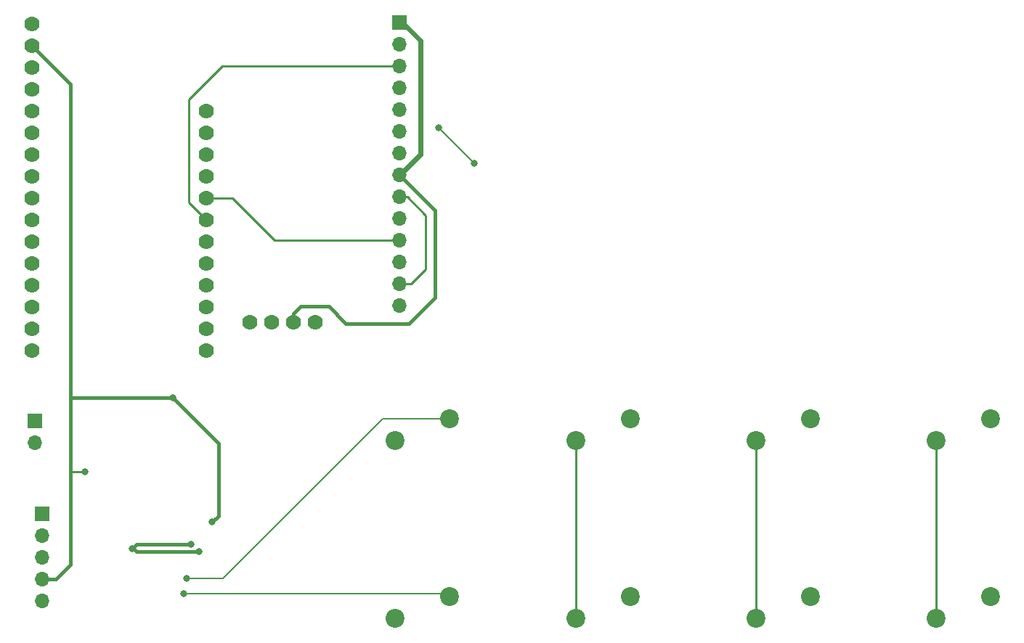
<source format=gbr>
%TF.GenerationSoftware,KiCad,Pcbnew,(5.1.9)-1*%
%TF.CreationDate,2021-04-10T21:56:04-07:00*%
%TF.ProjectId,Keyboard Proto,4b657962-6f61-4726-9420-50726f746f2e,rev?*%
%TF.SameCoordinates,Original*%
%TF.FileFunction,Copper,L2,Bot*%
%TF.FilePolarity,Positive*%
%FSLAX46Y46*%
G04 Gerber Fmt 4.6, Leading zero omitted, Abs format (unit mm)*
G04 Created by KiCad (PCBNEW (5.1.9)-1) date 2021-04-10 21:56:04*
%MOMM*%
%LPD*%
G01*
G04 APERTURE LIST*
%TA.AperFunction,ComponentPad*%
%ADD10C,1.778000*%
%TD*%
%TA.AperFunction,ComponentPad*%
%ADD11C,2.200000*%
%TD*%
%TA.AperFunction,ComponentPad*%
%ADD12O,1.700000X1.700000*%
%TD*%
%TA.AperFunction,ComponentPad*%
%ADD13R,1.700000X1.700000*%
%TD*%
%TA.AperFunction,ViaPad*%
%ADD14C,0.800000*%
%TD*%
%TA.AperFunction,Conductor*%
%ADD15C,0.200000*%
%TD*%
%TA.AperFunction,Conductor*%
%ADD16C,0.250000*%
%TD*%
%TA.AperFunction,Conductor*%
%ADD17C,0.600000*%
%TD*%
%TA.AperFunction,Conductor*%
%ADD18C,0.400000*%
%TD*%
G04 APERTURE END LIST*
D10*
%TO.P,U1,4*%
%TO.N,GND*%
X128905000Y-94234000D03*
%TO.P,U1,3*%
%TO.N,3V3*%
X126365000Y-94234000D03*
%TO.P,U1,2*%
%TO.N,I2C1_SCL*%
X123825000Y-94234000D03*
%TO.P,U1,1*%
%TO.N,I2C1_SDA*%
X121285000Y-94234000D03*
%TD*%
D11*
%TO.P,S1,2*%
%TO.N,COL1*%
X180263800Y-128752600D03*
%TO.P,S1,1*%
%TO.N,ROW1*%
X186613800Y-126212600D03*
%TD*%
D10*
%TO.P,U5,1*%
%TO.N,RST*%
X95885000Y-59436000D03*
%TO.P,U5,2*%
%TO.N,3V3*%
X95885000Y-61976000D03*
%TO.P,U5,3*%
%TO.N,Net-(U5-Pad3)*%
X95885000Y-64516000D03*
%TO.P,U5,4*%
%TO.N,GND*%
X95885000Y-67056000D03*
%TO.P,U5,5*%
%TO.N,Net-(U5-Pad5)*%
X95885000Y-69596000D03*
%TO.P,U5,6*%
%TO.N,Net-(U5-Pad6)*%
X95885000Y-72136000D03*
%TO.P,U5,7*%
%TO.N,Enc_SW*%
X95885000Y-74676000D03*
%TO.P,U5,8*%
%TO.N,Enc_DT*%
X95885000Y-77216000D03*
%TO.P,U5,9*%
%TO.N,Enc_CLK*%
X95885000Y-79756000D03*
%TO.P,U5,10*%
%TO.N,D_DC*%
X95885000Y-82296000D03*
%TO.P,U5,11*%
%TO.N,SCK*%
X95885000Y-84836000D03*
%TO.P,U5,12*%
%TO.N,MOSI*%
X95885000Y-87376000D03*
%TO.P,U5,13*%
%TO.N,MISO*%
X95885000Y-89916000D03*
%TO.P,U5,14*%
%TO.N,Net-(J2-Pad2)*%
X95885000Y-92456000D03*
%TO.P,U5,15*%
%TO.N,Net-(J2-Pad1)*%
X95885000Y-94996000D03*
%TO.P,U5,16*%
%TO.N,Net-(U5-Pad16)*%
X95885000Y-97536000D03*
%TO.P,U5,28*%
%TO.N,Net-(U5-Pad28)*%
X116205000Y-69596000D03*
%TO.P,U5,27*%
%TO.N,Net-(U5-Pad27)*%
X116205000Y-72136000D03*
%TO.P,U5,26*%
%TO.N,Net-(U5-Pad26)*%
X116205000Y-74676000D03*
%TO.P,U5,25*%
%TO.N,T_IRQ*%
X116205000Y-77216000D03*
%TO.P,U5,24*%
%TO.N,T_CS*%
X116205000Y-79756000D03*
%TO.P,U5,23*%
%TO.N,D_CS*%
X116205000Y-82296000D03*
%TO.P,U5,22*%
%TO.N,I2C1_SCL*%
X116205000Y-84836000D03*
%TO.P,U5,21*%
%TO.N,I2C1_SDA*%
X116205000Y-87376000D03*
%TO.P,U5,20*%
%TO.N,KBDINT*%
X116205000Y-89916000D03*
%TO.P,U5,19*%
%TO.N,Net-(U5-Pad19)*%
X116205000Y-92456000D03*
%TO.P,U5,18*%
%TO.N,I2C0_SCL*%
X116205000Y-94996000D03*
%TO.P,U5,17*%
%TO.N,I2C0_SDA*%
X116205000Y-97536000D03*
%TD*%
D11*
%TO.P,Q1,2*%
%TO.N,COL2*%
X159258000Y-108026200D03*
%TO.P,Q1,1*%
%TO.N,ROW0*%
X165608000Y-105486200D03*
%TD*%
%TO.P,A1,2*%
%TO.N,COL2*%
X159258000Y-128752600D03*
%TO.P,A1,1*%
%TO.N,ROW1*%
X165608000Y-126212600D03*
%TD*%
%TO.P,D1,2*%
%TO.N,COL0*%
X201269600Y-128752600D03*
%TO.P,D1,1*%
%TO.N,ROW1*%
X207619600Y-126212600D03*
%TD*%
%TO.P,Shift1,2*%
%TO.N,COL3*%
X138252200Y-108026200D03*
%TO.P,Shift1,1*%
%TO.N,ROW0*%
X144602200Y-105486200D03*
%TD*%
%TO.P,Ctrl1,2*%
%TO.N,COL3*%
X138252200Y-128752600D03*
%TO.P,Ctrl1,1*%
%TO.N,ROW1*%
X144602200Y-126212600D03*
%TD*%
%TO.P,E1,2*%
%TO.N,COL0*%
X201269600Y-108026200D03*
%TO.P,E1,1*%
%TO.N,ROW0*%
X207619600Y-105486200D03*
%TD*%
%TO.P,W1,2*%
%TO.N,COL1*%
X180263800Y-108026200D03*
%TO.P,W1,1*%
%TO.N,ROW0*%
X186613800Y-105486200D03*
%TD*%
D12*
%TO.P,J1,14*%
%TO.N,T_IRQ*%
X138734800Y-92303600D03*
%TO.P,J1,13*%
%TO.N,MISO*%
X138734800Y-89763600D03*
%TO.P,J1,12*%
%TO.N,MOSI*%
X138734800Y-87223600D03*
%TO.P,J1,11*%
%TO.N,T_CS*%
X138734800Y-84683600D03*
%TO.P,J1,10*%
%TO.N,SCK*%
X138734800Y-82143600D03*
%TO.P,J1,9*%
%TO.N,MISO*%
X138734800Y-79603600D03*
%TO.P,J1,8*%
%TO.N,3V3*%
X138734800Y-77063600D03*
%TO.P,J1,7*%
%TO.N,SCK*%
X138734800Y-74523600D03*
%TO.P,J1,6*%
%TO.N,MOSI*%
X138734800Y-71983600D03*
%TO.P,J1,5*%
%TO.N,D_DC*%
X138734800Y-69443600D03*
%TO.P,J1,4*%
%TO.N,RST*%
X138734800Y-66903600D03*
%TO.P,J1,3*%
%TO.N,D_CS*%
X138734800Y-64363600D03*
%TO.P,J1,2*%
%TO.N,GND*%
X138734800Y-61823600D03*
D13*
%TO.P,J1,1*%
%TO.N,3V3*%
X138734800Y-59283600D03*
%TD*%
D12*
%TO.P,J2,2*%
%TO.N,Net-(J2-Pad2)*%
X96215200Y-108292900D03*
D13*
%TO.P,J2,1*%
%TO.N,Net-(J2-Pad1)*%
X96215200Y-105752900D03*
%TD*%
D12*
%TO.P,J3,5*%
%TO.N,GND*%
X97104200Y-126695200D03*
%TO.P,J3,4*%
%TO.N,3V3*%
X97104200Y-124155200D03*
%TO.P,J3,3*%
%TO.N,Enc_SW*%
X97104200Y-121615200D03*
%TO.P,J3,2*%
%TO.N,Enc_DT*%
X97104200Y-119075200D03*
D13*
%TO.P,J3,1*%
%TO.N,Enc_CLK*%
X97104200Y-116535200D03*
%TD*%
D14*
%TO.N,ROW0*%
X113919000Y-124079000D03*
%TO.N,ROW1*%
X113538000Y-125857000D03*
%TO.N,3V3*%
X112331500Y-103060500D03*
X116903500Y-117538500D03*
X102044500Y-111633000D03*
%TO.N,GND*%
X115379500Y-120967500D03*
X114427000Y-120142000D03*
X107569000Y-120650000D03*
%TO.N,RST*%
X143256000Y-71501000D03*
X147447000Y-75692000D03*
%TD*%
D15*
%TO.N,ROW0*%
X136766300Y-105486200D02*
X144602200Y-105486200D01*
X118173500Y-124079000D02*
X136766300Y-105486200D01*
X113919000Y-124079000D02*
X118173500Y-124079000D01*
%TO.N,ROW1*%
X144246600Y-125857000D02*
X144602200Y-126212600D01*
X113538000Y-125857000D02*
X144246600Y-125857000D01*
D16*
%TO.N,COL2*%
X159258000Y-108026200D02*
X159258000Y-128752600D01*
%TO.N,COL1*%
X180263800Y-108026200D02*
X180263800Y-128752600D01*
%TO.N,COL0*%
X201269600Y-108026200D02*
X201269600Y-128752600D01*
%TO.N,MISO*%
X140055600Y-89763600D02*
X138734800Y-89763600D01*
X141770100Y-88049100D02*
X140055600Y-89763600D01*
X141770100Y-81762600D02*
X141770100Y-88049100D01*
X139611100Y-79603600D02*
X141770100Y-81762600D01*
X138734800Y-79603600D02*
X139611100Y-79603600D01*
%TO.N,D_CS*%
X132232400Y-64363600D02*
X138734800Y-64363600D01*
X118071900Y-64363600D02*
X132232400Y-64363600D01*
X114173000Y-68262500D02*
X118071900Y-64363600D01*
X114173000Y-80264000D02*
X114173000Y-68262500D01*
X116205000Y-82296000D02*
X114173000Y-80264000D01*
%TO.N,T_CS*%
X131546600Y-84683600D02*
X138734800Y-84683600D01*
X130390900Y-84683600D02*
X131546600Y-84683600D01*
X116205000Y-79756000D02*
X119253000Y-79756000D01*
X119253000Y-79756000D02*
X124180600Y-84683600D01*
X131546600Y-84683600D02*
X124180600Y-84683600D01*
D17*
%TO.N,3V3*%
X138734800Y-59283600D02*
X139039600Y-59283600D01*
X139039600Y-59283600D02*
X141160500Y-61404500D01*
X141160500Y-74637900D02*
X138734800Y-77063600D01*
X141160500Y-61404500D02*
X141160500Y-74637900D01*
D18*
X100330000Y-66421000D02*
X95885000Y-61976000D01*
X112331500Y-103060500D02*
X100330000Y-103060500D01*
X112331500Y-103060500D02*
X117602000Y-108331000D01*
X117602000Y-116840000D02*
X116903500Y-117538500D01*
X117602000Y-108331000D02*
X117602000Y-116840000D01*
X100330000Y-103060500D02*
X100330000Y-66421000D01*
D16*
X100393500Y-111633000D02*
X100330000Y-111569500D01*
X102044500Y-111633000D02*
X100393500Y-111633000D01*
D18*
X100330000Y-103060500D02*
X100330000Y-111569500D01*
X97104200Y-124155200D02*
X98666300Y-124155200D01*
X100330000Y-122491500D02*
X100330000Y-116395500D01*
X98666300Y-124155200D02*
X100330000Y-122491500D01*
X100330000Y-111569500D02*
X100330000Y-116395500D01*
X127190500Y-92392500D02*
X126365000Y-93218000D01*
X126365000Y-93218000D02*
X126365000Y-94234000D01*
X130492500Y-92392500D02*
X127190500Y-92392500D01*
X132461000Y-94361000D02*
X130492500Y-92392500D01*
X139827000Y-94361000D02*
X132461000Y-94361000D01*
X142875000Y-91313000D02*
X139827000Y-94361000D01*
X142875000Y-81203800D02*
X142875000Y-91313000D01*
X138734800Y-77063600D02*
X142875000Y-81203800D01*
%TO.N,GND*%
X108077000Y-120142000D02*
X108331000Y-120142000D01*
X107569000Y-120650000D02*
X108077000Y-120142000D01*
X114427000Y-120142000D02*
X108331000Y-120142000D01*
X107759500Y-120650000D02*
X108077000Y-120967500D01*
X107569000Y-120650000D02*
X107759500Y-120650000D01*
X115379500Y-120967500D02*
X108077000Y-120967500D01*
D15*
%TO.N,RST*%
X143256000Y-71501000D02*
X147447000Y-75692000D01*
%TD*%
M02*

</source>
